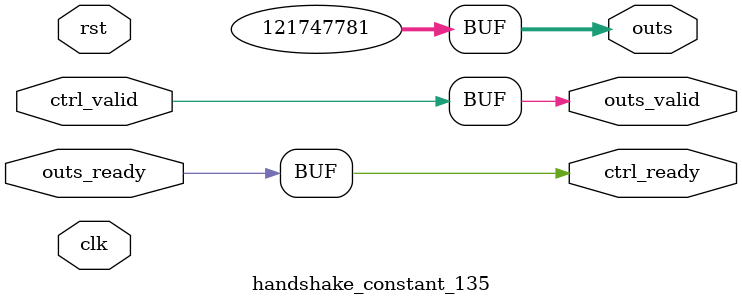
<source format=v>
`timescale 1ns / 1ps
module handshake_constant_135 #(
  parameter DATA_WIDTH = 32  // Default set to 32 bits
) (
  input                       clk,
  input                       rst,
  // Input Channel
  input                       ctrl_valid,
  output                      ctrl_ready,
  // Output Channel
  output [DATA_WIDTH - 1 : 0] outs,
  output                      outs_valid,
  input                       outs_ready
);
  assign outs       = 27'b111010000011011100101000101;
  assign outs_valid = ctrl_valid;
  assign ctrl_ready = outs_ready;

endmodule

</source>
